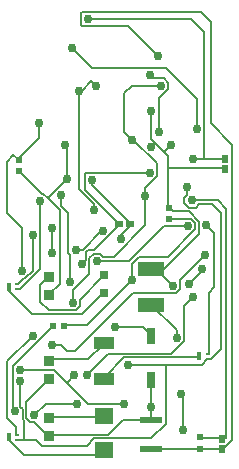
<source format=gbr>
G04 EAGLE Gerber RS-274X export*
G75*
%MOMM*%
%FSLAX34Y34*%
%LPD*%
%INBottom Copper*%
%IPPOS*%
%AMOC8*
5,1,8,0,0,1.08239X$1,22.5*%
G01*
G04 Define Apertures*
%ADD10R,0.620000X0.650000*%
%ADD11R,1.750000X1.100000*%
%ADD12R,0.400000X0.250000*%
%ADD13R,0.400000X0.700000*%
%ADD14R,0.950000X0.900000*%
%ADD15R,1.500000X1.400000*%
%ADD16R,1.900000X0.500000*%
%ADD17R,0.500000X0.475000*%
%ADD18R,0.800000X0.800000*%
%ADD19R,0.650000X0.620000*%
%ADD20R,0.620000X0.620000*%
%ADD21R,0.750000X1.350000*%
%ADD22R,2.300000X1.230000*%
%ADD23C,0.152400*%
%ADD24C,0.756400*%
D10*
X196652Y254025D03*
X196652Y262825D03*
D11*
X93980Y106440D03*
X93980Y76440D03*
D12*
X181720Y97500D03*
X181720Y93000D03*
D13*
X174720Y95250D03*
D14*
X46990Y75820D03*
X46990Y91820D03*
D12*
X20430Y28920D03*
X20430Y24420D03*
D13*
X13430Y26670D03*
D14*
X46990Y27560D03*
X46990Y43560D03*
D15*
X93980Y44450D03*
X93980Y16450D03*
D10*
X193717Y16535D03*
X193717Y25335D03*
D16*
X133918Y41710D03*
X133918Y16710D03*
D17*
X175382Y17085D03*
X175382Y27325D03*
D12*
X20430Y156555D03*
X20430Y152055D03*
D13*
X13430Y154305D03*
D14*
X46990Y146940D03*
X46990Y162940D03*
D18*
X93980Y149388D03*
X93980Y164388D03*
D19*
X106705Y207010D03*
X115505Y207010D03*
D20*
X149241Y212015D03*
X149241Y221015D03*
X59765Y120930D03*
X50765Y120930D03*
X21837Y261695D03*
X21837Y252695D03*
D21*
X133918Y74980D03*
X133918Y112980D03*
D22*
X133918Y138970D03*
X133918Y168970D03*
D23*
X13716Y25908D02*
X13716Y24384D01*
X26416Y11684D01*
X89214Y11684D02*
X93980Y16450D01*
X89214Y11684D02*
X26416Y11684D01*
X13716Y25908D02*
X13430Y26670D01*
X47244Y44196D02*
X92964Y44196D01*
X47244Y44196D02*
X46990Y43560D01*
X92964Y44196D02*
X93980Y44450D01*
X80772Y92964D02*
X47244Y92964D01*
X80772Y92964D02*
X92964Y105156D01*
X47244Y92964D02*
X46990Y91820D01*
X92964Y105156D02*
X93980Y106440D01*
X111252Y94488D02*
X173736Y94488D01*
X111252Y94488D02*
X94488Y77724D01*
X173736Y94488D02*
X174720Y95250D01*
X94488Y77724D02*
X93980Y76440D01*
X39624Y141732D02*
X39624Y155448D01*
X45720Y161544D01*
X92964Y163068D02*
X93980Y164388D01*
X46990Y162940D02*
X45720Y161544D01*
X69824Y134394D02*
X73378Y137949D01*
X73378Y143482D02*
X92964Y163068D01*
X73378Y143482D02*
X73378Y137949D01*
X69824Y134394D02*
X46962Y134394D01*
X39624Y141732D01*
X13716Y150876D02*
X13716Y153924D01*
X13430Y154305D01*
X92964Y149352D02*
X93980Y149388D01*
X92964Y149352D02*
X74958Y131346D01*
X33246Y131346D01*
X13716Y150876D01*
D24*
X67056Y356108D03*
D23*
X83368Y339796D01*
X146298Y339796D01*
D24*
X172748Y288036D03*
D23*
X172748Y313346D02*
X146298Y339796D01*
X172748Y313346D02*
X172748Y288036D01*
X193548Y25908D02*
X197358Y25908D01*
X193548Y25908D02*
X176784Y25908D01*
X175382Y27325D01*
X197358Y25908D02*
X197358Y220218D01*
X190246Y227330D01*
X193548Y25908D02*
X193717Y25335D01*
D24*
X140208Y284988D03*
D23*
X148308Y327126D02*
X144754Y330680D01*
X148308Y327126D02*
X148308Y322099D01*
D24*
X133123Y333728D03*
D23*
X140208Y313999D02*
X140208Y284988D01*
X140208Y313999D02*
X148308Y322099D01*
X136171Y330680D02*
X133123Y333728D01*
X136171Y330680D02*
X144754Y330680D01*
D24*
X168078Y227330D03*
D23*
X190246Y227330D01*
X202692Y274320D02*
X202692Y24384D01*
X195072Y16764D01*
X193717Y16535D01*
X193548Y16764D02*
X176784Y16764D01*
X175382Y17085D01*
X193548Y16764D02*
X193717Y16535D01*
X175260Y16764D02*
X134112Y16764D01*
X133918Y16710D01*
X175260Y16764D02*
X175382Y17085D01*
D24*
X139954Y349250D03*
D23*
X184404Y292608D02*
X202692Y274320D01*
X184404Y292608D02*
X184404Y378707D01*
X75211Y375041D02*
X74196Y376056D01*
X74196Y386163D02*
X75211Y387177D01*
X74196Y386163D02*
X74196Y376056D01*
X175933Y387177D02*
X184404Y378707D01*
X175933Y387177D02*
X75211Y387177D01*
X75211Y375041D02*
X114163Y375041D01*
X139954Y349250D01*
X142240Y324612D02*
X117348Y324612D01*
X111252Y318516D01*
X111252Y284988D01*
X117348Y278892D01*
X118872Y278892D01*
X110490Y55118D02*
X80518Y55118D01*
X62484Y73152D02*
X51816Y83820D01*
X62484Y73152D02*
X80518Y55118D01*
X51816Y83820D02*
X22860Y83820D01*
X128778Y206502D02*
X128778Y231140D01*
X128778Y206502D02*
X102108Y179832D01*
X67310Y151130D02*
X67310Y140462D01*
X68580Y79248D02*
X62484Y73152D01*
D24*
X142240Y324612D03*
X117348Y278892D03*
X128778Y231140D03*
X110490Y55118D03*
X22860Y83820D03*
X67310Y140462D03*
X68580Y79248D03*
D23*
X128778Y237799D02*
X138910Y247931D01*
X128778Y237799D02*
X128778Y231140D01*
X138910Y247931D02*
X138910Y258854D01*
X118872Y278892D01*
X85117Y182344D02*
X81562Y178790D01*
X85117Y182344D02*
X90144Y182344D01*
X81562Y165382D02*
X67310Y151130D01*
X81562Y165382D02*
X81562Y178790D01*
X90144Y182344D02*
X92656Y179832D01*
X102108Y179832D01*
X134112Y52832D02*
X134112Y42672D01*
X134112Y52832D02*
X134112Y74676D01*
X133918Y74980D01*
X134112Y42672D02*
X133918Y41710D01*
X45720Y28956D02*
X35052Y39624D01*
X45720Y28956D02*
X46990Y27560D01*
X45720Y74676D02*
X46990Y75820D01*
X109728Y41148D02*
X132588Y41148D01*
X109728Y41148D02*
X97536Y28956D01*
X47244Y28956D01*
X132588Y41148D02*
X133918Y41710D01*
X47244Y28956D02*
X46990Y27560D01*
X41148Y233172D02*
X22860Y251460D01*
X41148Y233172D02*
X42672Y233172D01*
X46482Y229362D02*
X56388Y219456D01*
X46482Y229362D02*
X42672Y233172D01*
X56388Y219456D02*
X56388Y156972D01*
X47244Y147828D01*
X22860Y251460D02*
X21837Y252695D01*
X47244Y147828D02*
X46990Y146940D01*
X46482Y229362D02*
X62230Y245110D01*
X133858Y279146D02*
X133858Y302768D01*
X144780Y268224D02*
X147828Y265176D01*
X144780Y268224D02*
X137160Y275844D01*
X133858Y279146D01*
X147828Y254508D02*
X147828Y222504D01*
X147828Y254508D02*
X147828Y265176D01*
X147828Y222504D02*
X149241Y221015D01*
X147828Y254508D02*
X196596Y254508D01*
X196652Y254025D01*
X137160Y275844D02*
X134112Y272796D01*
X134112Y169164D02*
X144780Y169164D01*
X134112Y169164D02*
X133918Y168970D01*
X144780Y268224D02*
X150876Y274320D01*
X62230Y272796D02*
X60960Y274066D01*
X62230Y272796D02*
X62230Y245110D01*
X141351Y165735D02*
X152400Y154686D01*
D24*
X134112Y52832D03*
X62230Y245110D03*
X133858Y302768D03*
X134112Y272796D03*
X150876Y274320D03*
X60960Y274066D03*
X152400Y154686D03*
D23*
X152042Y218214D02*
X149241Y221015D01*
X152042Y218214D02*
X165476Y218214D01*
X174174Y209516D01*
X174174Y198558D02*
X144780Y169164D01*
X141351Y165735D01*
X174174Y198558D02*
X174174Y209516D01*
X45720Y74676D02*
X27968Y56924D01*
X27968Y43207D01*
X31551Y39624D01*
X35052Y39624D01*
X114300Y88392D02*
X146304Y88392D01*
X176784Y88392D01*
X181356Y92964D01*
X181720Y93000D01*
X36576Y24384D02*
X25908Y24384D01*
X21336Y24384D01*
X36576Y24384D02*
X41148Y19812D01*
X79248Y19812D01*
X85344Y25908D01*
X134112Y25908D01*
X146304Y38100D01*
X146304Y88392D01*
X21336Y24384D02*
X20430Y24420D01*
X21336Y152400D02*
X22860Y152400D01*
X39624Y169164D01*
X39624Y227076D01*
X21336Y152400D02*
X20430Y152055D01*
X169164Y262128D02*
X178816Y262128D01*
X196596Y262128D01*
X196652Y262825D01*
X178816Y262128D02*
X178816Y369824D01*
X182880Y92964D02*
X184404Y92964D01*
X193040Y101600D01*
X182880Y92964D02*
X181720Y93000D01*
D24*
X114300Y88392D03*
X22860Y74676D03*
X39624Y227076D03*
X169164Y262128D03*
X80264Y381109D03*
D23*
X167531Y381109D02*
X178816Y369824D01*
X167531Y381109D02*
X80264Y381109D01*
D24*
X164333Y239009D03*
D23*
X174698Y224282D02*
X171678Y221262D01*
X193040Y216537D02*
X193040Y101600D01*
X193040Y216537D02*
X185295Y224282D01*
X174698Y224282D01*
X165564Y221262D02*
X162010Y224817D01*
X162010Y229844D01*
X164333Y232167D01*
X164333Y239009D01*
X165564Y221262D02*
X171678Y221262D01*
X22860Y74676D02*
X22860Y52756D01*
X25908Y40956D02*
X25908Y24384D01*
X25908Y40956D02*
X24920Y41944D01*
X24920Y50696D02*
X22860Y52756D01*
X24920Y50696D02*
X24920Y41944D01*
X74930Y320294D02*
X83058Y328422D01*
X74930Y320294D02*
X72390Y320294D01*
X83058Y328422D02*
X86868Y324612D01*
X85344Y224028D02*
X85344Y219456D01*
X85344Y224028D02*
X72390Y236982D01*
X72390Y320294D01*
X97536Y97536D02*
X79248Y79248D01*
X97536Y97536D02*
X150876Y97536D01*
X161544Y108204D01*
D24*
X71120Y55118D03*
X86868Y324612D03*
X72390Y320294D03*
X85344Y219456D03*
X79248Y79248D03*
D23*
X161544Y108204D02*
X161544Y138232D01*
D24*
X168909Y145597D03*
D23*
X161544Y138232D01*
D24*
X35024Y45720D03*
D23*
X44422Y55118D02*
X71120Y55118D01*
X44422Y55118D02*
X35024Y45720D01*
X114300Y210312D02*
X83820Y240792D01*
X114300Y210312D02*
X114300Y207264D01*
X115505Y207010D01*
X108204Y198120D02*
X108204Y195072D01*
X108204Y198120D02*
X115824Y205740D01*
X115505Y207010D01*
D24*
X108204Y195072D03*
X83820Y244376D03*
D23*
X83820Y240792D01*
X50292Y204216D02*
X50292Y182880D01*
D24*
X50292Y182880D03*
X50292Y204216D03*
D23*
X103632Y120142D02*
X126746Y120142D01*
X132588Y114300D01*
X133918Y112980D01*
X132842Y250444D02*
X78232Y250444D01*
X77724Y249936D01*
X77724Y236220D01*
X106680Y207264D01*
X106705Y207010D01*
D24*
X103632Y120142D03*
X132842Y250444D03*
D23*
X80044Y185392D02*
X78514Y183862D01*
D24*
X75494Y173946D03*
D23*
X78514Y176966D02*
X78514Y183862D01*
X78514Y176966D02*
X75494Y173946D01*
X106705Y206328D02*
X106705Y207010D01*
X106705Y206328D02*
X85770Y185392D01*
X80044Y185392D01*
X117348Y160020D02*
X79248Y121920D01*
X60960Y121920D01*
X59765Y120930D01*
X117348Y173736D02*
X123444Y179832D01*
X117348Y173736D02*
X117348Y160020D01*
X149352Y211836D02*
X149241Y212015D01*
D24*
X117348Y160020D03*
D23*
X123444Y179832D02*
X147731Y179832D01*
X171126Y203227D01*
X171126Y208254D01*
X167543Y211836D01*
X149352Y211836D01*
D24*
X18260Y48774D03*
D23*
X50765Y120869D02*
X50765Y120930D01*
X50765Y120869D02*
X16792Y86896D01*
X16792Y50242D01*
X18260Y48774D01*
X159258Y63754D02*
X160528Y63754D01*
X160528Y32766D01*
X155448Y111252D02*
X155448Y117348D01*
X134112Y138684D01*
X133918Y138970D01*
D24*
X160528Y32766D03*
X159258Y63754D03*
X155448Y111252D03*
D23*
X176784Y167640D02*
X176784Y169164D01*
X176784Y167640D02*
X166116Y156972D01*
D24*
X176784Y169164D03*
X166116Y156972D03*
X92964Y201168D03*
X69855Y185470D03*
D23*
X91509Y201168D02*
X92964Y201168D01*
X91509Y201168D02*
X75811Y185470D01*
X69855Y185470D01*
X19812Y35306D02*
X19812Y28956D01*
X62484Y99822D02*
X69342Y99822D01*
X62484Y99822D02*
X57404Y104902D01*
X49784Y104902D01*
X20430Y28920D02*
X19812Y28956D01*
D24*
X33528Y112776D03*
X49784Y104902D03*
X179832Y181356D03*
D23*
X158468Y152173D02*
X154914Y148618D01*
X158468Y159992D02*
X179832Y181356D01*
X158468Y159992D02*
X158468Y152173D01*
X118138Y148618D02*
X69342Y99822D01*
X118138Y148618D02*
X154914Y148618D01*
X33528Y112776D02*
X12192Y91440D01*
X12192Y42926D02*
X19812Y35306D01*
X12192Y42926D02*
X12192Y91440D01*
X182880Y97536D02*
X182880Y149352D01*
X187452Y153924D01*
X182880Y97536D02*
X181720Y97500D01*
D24*
X180242Y206784D03*
D23*
X187452Y199574D02*
X187452Y153924D01*
X187452Y199574D02*
X180242Y206784D01*
X25908Y161544D02*
X21336Y156972D01*
X25908Y161544D02*
X27432Y161544D01*
X33528Y167640D01*
X33528Y198120D01*
X87630Y176276D02*
X115316Y176276D01*
X144780Y205740D01*
X21336Y156972D02*
X20430Y156555D01*
D24*
X33528Y198120D03*
X87630Y176276D03*
X165058Y205740D03*
D23*
X144780Y205740D01*
X57912Y222504D02*
X57912Y232156D01*
D24*
X57912Y232156D03*
X65532Y158496D03*
D23*
X65532Y181211D01*
X63787Y182956D01*
X63787Y216629D02*
X57912Y222504D01*
X63787Y216629D02*
X63787Y182956D01*
X24384Y167640D02*
X24384Y203708D01*
X11430Y216662D01*
X11430Y259842D01*
X21336Y262128D02*
X39116Y279908D01*
X17248Y265660D02*
X11430Y259842D01*
X39116Y279908D02*
X39116Y292862D01*
X17248Y265660D02*
X21336Y262128D01*
X21837Y261695D01*
D24*
X24384Y167640D03*
X39116Y292862D03*
M02*

</source>
